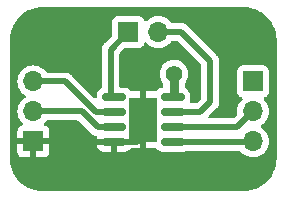
<source format=gbr>
%TF.GenerationSoftware,KiCad,Pcbnew,7.0.11*%
%TF.CreationDate,2024-08-15T23:53:51-03:00*%
%TF.ProjectId,amplifiers,616d706c-6966-4696-9572-732e6b696361,0.1*%
%TF.SameCoordinates,Original*%
%TF.FileFunction,Copper,L1,Top*%
%TF.FilePolarity,Positive*%
%FSLAX46Y46*%
G04 Gerber Fmt 4.6, Leading zero omitted, Abs format (unit mm)*
G04 Created by KiCad (PCBNEW 7.0.11) date 2024-08-15 23:53:51*
%MOMM*%
%LPD*%
G01*
G04 APERTURE LIST*
G04 Aperture macros list*
%AMRoundRect*
0 Rectangle with rounded corners*
0 $1 Rounding radius*
0 $2 $3 $4 $5 $6 $7 $8 $9 X,Y pos of 4 corners*
0 Add a 4 corners polygon primitive as box body*
4,1,4,$2,$3,$4,$5,$6,$7,$8,$9,$2,$3,0*
0 Add four circle primitives for the rounded corners*
1,1,$1+$1,$2,$3*
1,1,$1+$1,$4,$5*
1,1,$1+$1,$6,$7*
1,1,$1+$1,$8,$9*
0 Add four rect primitives between the rounded corners*
20,1,$1+$1,$2,$3,$4,$5,0*
20,1,$1+$1,$4,$5,$6,$7,0*
20,1,$1+$1,$6,$7,$8,$9,0*
20,1,$1+$1,$8,$9,$2,$3,0*%
G04 Aperture macros list end*
%TA.AperFunction,SMDPad,CuDef*%
%ADD10RoundRect,0.150000X-0.825000X-0.150000X0.825000X-0.150000X0.825000X0.150000X-0.825000X0.150000X0*%
%TD*%
%TA.AperFunction,SMDPad,CuDef*%
%ADD11R,2.410000X3.810000*%
%TD*%
%TA.AperFunction,ComponentPad*%
%ADD12R,1.700000X1.700000*%
%TD*%
%TA.AperFunction,ComponentPad*%
%ADD13O,1.700000X1.700000*%
%TD*%
%TA.AperFunction,ViaPad*%
%ADD14C,0.800000*%
%TD*%
%TA.AperFunction,ViaPad*%
%ADD15C,1.400000*%
%TD*%
%TA.AperFunction,Conductor*%
%ADD16C,0.500000*%
%TD*%
%TA.AperFunction,Conductor*%
%ADD17C,0.800000*%
%TD*%
G04 APERTURE END LIST*
D10*
%TO.P,U1,1*%
%TO.N,Net-(J2-Pin_1)*%
X147035000Y-87845000D03*
%TO.P,U1,2,-*%
%TO.N,Net-(J1-Pin_3)*%
X147035000Y-89115000D03*
%TO.P,U1,3,+*%
%TO.N,Net-(J1-Pin_2)*%
X147035000Y-90385000D03*
%TO.P,U1,4,V-*%
%TO.N,-9V*%
X147035000Y-91655000D03*
%TO.P,U1,5,+*%
%TO.N,Net-(J3-Pin_3)*%
X151985000Y-91655000D03*
%TO.P,U1,6,-*%
%TO.N,Net-(J3-Pin_2)*%
X151985000Y-90385000D03*
%TO.P,U1,7*%
%TO.N,Net-(J2-Pin_2)*%
X151985000Y-89115000D03*
%TO.P,U1,8,V+*%
%TO.N,+9V*%
X151985000Y-87845000D03*
D11*
%TO.P,U1,9,EP*%
%TO.N,-9V*%
X149510000Y-89750000D03*
%TD*%
D12*
%TO.P,J3,1,Pin_1*%
%TO.N,+9V*%
X158800000Y-86500000D03*
D13*
%TO.P,J3,2,Pin_2*%
%TO.N,Net-(J3-Pin_2)*%
X158800000Y-89040000D03*
%TO.P,J3,3,Pin_3*%
%TO.N,Net-(J3-Pin_3)*%
X158800000Y-91580000D03*
%TD*%
D12*
%TO.P,J1,1,Pin_1*%
%TO.N,-9V*%
X140200000Y-91580000D03*
D13*
%TO.P,J1,2,Pin_2*%
%TO.N,Net-(J1-Pin_2)*%
X140200000Y-89040000D03*
%TO.P,J1,3,Pin_3*%
%TO.N,Net-(J1-Pin_3)*%
X140200000Y-86500000D03*
%TD*%
D12*
%TO.P,J2,1,Pin_1*%
%TO.N,Net-(J2-Pin_1)*%
X148230000Y-82300000D03*
D13*
%TO.P,J2,2,Pin_2*%
%TO.N,Net-(J2-Pin_2)*%
X150770000Y-82300000D03*
%TD*%
D14*
%TO.N,-9V*%
X143410000Y-90430000D03*
X157150000Y-94700000D03*
X144660000Y-85080000D03*
X140870000Y-81860000D03*
X150050000Y-93150000D03*
X157630000Y-82630000D03*
X141860000Y-94900000D03*
X149550000Y-85880000D03*
D15*
%TO.N,+9V*%
X152100000Y-85870000D03*
%TD*%
D16*
%TO.N,Net-(J1-Pin_2)*%
X140200000Y-89040000D02*
X144289524Y-89040000D01*
X144289524Y-89040000D02*
X145634524Y-90385000D01*
X145634524Y-90385000D02*
X147035000Y-90385000D01*
%TO.N,Net-(J1-Pin_3)*%
X142880894Y-86500000D02*
X145495894Y-89115000D01*
X145495894Y-89115000D02*
X147035000Y-89115000D01*
X140200000Y-86500000D02*
X142880894Y-86500000D01*
%TO.N,Net-(J2-Pin_1)*%
X146735001Y-83794999D02*
X148230000Y-82300000D01*
X146735001Y-87545001D02*
X146735001Y-83794999D01*
X147035000Y-87845000D02*
X146735001Y-87545001D01*
%TO.N,Net-(J2-Pin_2)*%
X155170000Y-88234925D02*
X155170000Y-84790000D01*
X154289925Y-89115000D02*
X155170000Y-88234925D01*
X151985000Y-89115000D02*
X154289925Y-89115000D01*
X155170000Y-84790000D02*
X152680000Y-82300000D01*
X152680000Y-82300000D02*
X150770000Y-82300000D01*
%TO.N,Net-(J3-Pin_2)*%
X157455000Y-90385000D02*
X158800000Y-89040000D01*
X151985000Y-90385000D02*
X157455000Y-90385000D01*
%TO.N,Net-(J3-Pin_3)*%
X158725000Y-91655000D02*
X158800000Y-91580000D01*
X151985000Y-91655000D02*
X158725000Y-91655000D01*
%TO.N,-9V*%
X148900000Y-88405000D02*
X149000000Y-88505000D01*
X149500000Y-91100000D02*
X148945000Y-91655000D01*
X149510000Y-89750000D02*
X149500000Y-89760000D01*
X148945000Y-91655000D02*
X147035000Y-91655000D01*
X149500000Y-89760000D02*
X149500000Y-91100000D01*
%TO.N,+9V*%
X151985000Y-87845000D02*
X152355000Y-87845000D01*
D17*
X152100000Y-85870000D02*
X152100000Y-87730000D01*
D16*
X151985000Y-87845000D02*
X152100000Y-87730000D01*
%TD*%
%TA.AperFunction,Conductor*%
%TO.N,-9V*%
G36*
X158003472Y-80200695D02*
G01*
X158306503Y-80217713D01*
X158320301Y-80219267D01*
X158616080Y-80269522D01*
X158629636Y-80272616D01*
X158917927Y-80355672D01*
X158931051Y-80360265D01*
X159208222Y-80475072D01*
X159220744Y-80481101D01*
X159423184Y-80592986D01*
X159483328Y-80626227D01*
X159495102Y-80633625D01*
X159739789Y-80807239D01*
X159750657Y-80815907D01*
X159974352Y-81015815D01*
X159984184Y-81025647D01*
X160184092Y-81249342D01*
X160192763Y-81260214D01*
X160366374Y-81504897D01*
X160373772Y-81516671D01*
X160518894Y-81779248D01*
X160524927Y-81791777D01*
X160639734Y-82068948D01*
X160644327Y-82082072D01*
X160727383Y-82370363D01*
X160730477Y-82383920D01*
X160780730Y-82679688D01*
X160782287Y-82693506D01*
X160799305Y-82996527D01*
X160799500Y-83003480D01*
X160799500Y-92996519D01*
X160799305Y-93003472D01*
X160782287Y-93306493D01*
X160780730Y-93320311D01*
X160730477Y-93616079D01*
X160727383Y-93629636D01*
X160644327Y-93917927D01*
X160639734Y-93931051D01*
X160524927Y-94208222D01*
X160518894Y-94220751D01*
X160373772Y-94483328D01*
X160366374Y-94495102D01*
X160192763Y-94739785D01*
X160184092Y-94750657D01*
X159984184Y-94974352D01*
X159974352Y-94984184D01*
X159750657Y-95184092D01*
X159739785Y-95192763D01*
X159495102Y-95366374D01*
X159483328Y-95373772D01*
X159220751Y-95518894D01*
X159208222Y-95524927D01*
X158931051Y-95639734D01*
X158917927Y-95644327D01*
X158629636Y-95727383D01*
X158616079Y-95730477D01*
X158320311Y-95780730D01*
X158306493Y-95782287D01*
X158003472Y-95799305D01*
X157996519Y-95799500D01*
X141003481Y-95799500D01*
X140996528Y-95799305D01*
X140693506Y-95782287D01*
X140679688Y-95780730D01*
X140383920Y-95730477D01*
X140370363Y-95727383D01*
X140082072Y-95644327D01*
X140068948Y-95639734D01*
X139791777Y-95524927D01*
X139779248Y-95518894D01*
X139516671Y-95373772D01*
X139504897Y-95366374D01*
X139260214Y-95192763D01*
X139249342Y-95184092D01*
X139025647Y-94984184D01*
X139015815Y-94974352D01*
X138815907Y-94750657D01*
X138807236Y-94739785D01*
X138633625Y-94495102D01*
X138626227Y-94483328D01*
X138481105Y-94220751D01*
X138475072Y-94208222D01*
X138360265Y-93931051D01*
X138355672Y-93917927D01*
X138272616Y-93629636D01*
X138269522Y-93616079D01*
X138250030Y-93501356D01*
X138219267Y-93320301D01*
X138217713Y-93306503D01*
X138200695Y-93003472D01*
X138200500Y-92996519D01*
X138200500Y-89040000D01*
X138844341Y-89040000D01*
X138864936Y-89275403D01*
X138864938Y-89275413D01*
X138926094Y-89503655D01*
X138926096Y-89503659D01*
X138926097Y-89503663D01*
X139002200Y-89666865D01*
X139025965Y-89717830D01*
X139025967Y-89717834D01*
X139161501Y-89911395D01*
X139161506Y-89911402D01*
X139283818Y-90033714D01*
X139317303Y-90095037D01*
X139312319Y-90164729D01*
X139270447Y-90220662D01*
X139239471Y-90237577D01*
X139107912Y-90286646D01*
X139107906Y-90286649D01*
X138992812Y-90372809D01*
X138992809Y-90372812D01*
X138906649Y-90487906D01*
X138906645Y-90487913D01*
X138856403Y-90622620D01*
X138856401Y-90622627D01*
X138850000Y-90682155D01*
X138850000Y-91330000D01*
X139766314Y-91330000D01*
X139740507Y-91370156D01*
X139700000Y-91508111D01*
X139700000Y-91651889D01*
X139740507Y-91789844D01*
X139766314Y-91830000D01*
X138850000Y-91830000D01*
X138850000Y-92477844D01*
X138856401Y-92537372D01*
X138856403Y-92537379D01*
X138906645Y-92672086D01*
X138906649Y-92672093D01*
X138992809Y-92787187D01*
X138992812Y-92787190D01*
X139107906Y-92873350D01*
X139107913Y-92873354D01*
X139242620Y-92923596D01*
X139242627Y-92923598D01*
X139302155Y-92929999D01*
X139302172Y-92930000D01*
X139950000Y-92930000D01*
X139950000Y-92015501D01*
X140057685Y-92064680D01*
X140164237Y-92080000D01*
X140235763Y-92080000D01*
X140342315Y-92064680D01*
X140450000Y-92015501D01*
X140450000Y-92930000D01*
X141097828Y-92930000D01*
X141097844Y-92929999D01*
X141157372Y-92923598D01*
X141157379Y-92923596D01*
X141292086Y-92873354D01*
X141292093Y-92873350D01*
X141407187Y-92787190D01*
X141407190Y-92787187D01*
X141493350Y-92672093D01*
X141493354Y-92672086D01*
X141543596Y-92537379D01*
X141543598Y-92537372D01*
X141549999Y-92477844D01*
X141550000Y-92477827D01*
X141550000Y-91905001D01*
X145562704Y-91905001D01*
X145562899Y-91907486D01*
X145608718Y-92065198D01*
X145692314Y-92206552D01*
X145692321Y-92206561D01*
X145808438Y-92322678D01*
X145808447Y-92322685D01*
X145949803Y-92406282D01*
X145949806Y-92406283D01*
X146107504Y-92452099D01*
X146107510Y-92452100D01*
X146144350Y-92454999D01*
X146144366Y-92455000D01*
X146785000Y-92455000D01*
X146785000Y-91905000D01*
X145562705Y-91905000D01*
X145562704Y-91905001D01*
X141550000Y-91905001D01*
X141550000Y-91830000D01*
X140633686Y-91830000D01*
X140659493Y-91789844D01*
X140700000Y-91651889D01*
X140700000Y-91508111D01*
X140659493Y-91370156D01*
X140633686Y-91330000D01*
X141550000Y-91330000D01*
X141550000Y-90682172D01*
X141549999Y-90682155D01*
X141543598Y-90622627D01*
X141543596Y-90622620D01*
X141493354Y-90487913D01*
X141493350Y-90487906D01*
X141407190Y-90372812D01*
X141407187Y-90372809D01*
X141292093Y-90286649D01*
X141292088Y-90286646D01*
X141160528Y-90237577D01*
X141104595Y-90195705D01*
X141080178Y-90130241D01*
X141095030Y-90061968D01*
X141116175Y-90033720D01*
X141238495Y-89911401D01*
X141286127Y-89843376D01*
X141340704Y-89799751D01*
X141387701Y-89790500D01*
X143927294Y-89790500D01*
X143994333Y-89810185D01*
X144014975Y-89826819D01*
X145058791Y-90870634D01*
X145070572Y-90884266D01*
X145084914Y-90903530D01*
X145122867Y-90935376D01*
X145130843Y-90942686D01*
X145134743Y-90946587D01*
X145159068Y-90965821D01*
X145161864Y-90968099D01*
X145189586Y-90991360D01*
X145219310Y-91016302D01*
X145219318Y-91016306D01*
X145225348Y-91020273D01*
X145225314Y-91020323D01*
X145231661Y-91024366D01*
X145231693Y-91024316D01*
X145237845Y-91028110D01*
X145305818Y-91059806D01*
X145309034Y-91061362D01*
X145376091Y-91095040D01*
X145376100Y-91095042D01*
X145382879Y-91097510D01*
X145382858Y-91097567D01*
X145389975Y-91100040D01*
X145389994Y-91099984D01*
X145396848Y-91102255D01*
X145396849Y-91102255D01*
X145396851Y-91102256D01*
X145470373Y-91117436D01*
X145473705Y-91118175D01*
X145507595Y-91126207D01*
X145568284Y-91160823D01*
X145600626Y-91222756D01*
X145598069Y-91281458D01*
X145562899Y-91402513D01*
X145562704Y-91404998D01*
X145562705Y-91405000D01*
X147161000Y-91405000D01*
X147228039Y-91424685D01*
X147273794Y-91477489D01*
X147285000Y-91529000D01*
X147285000Y-92455000D01*
X147925634Y-92455000D01*
X147925649Y-92454999D01*
X147962489Y-92452100D01*
X147962495Y-92452099D01*
X148120193Y-92406283D01*
X148120196Y-92406282D01*
X148261552Y-92322685D01*
X148261561Y-92322678D01*
X148377681Y-92206558D01*
X148380440Y-92203002D01*
X148437082Y-92162094D01*
X148478421Y-92155000D01*
X149260000Y-92155000D01*
X149260000Y-87345000D01*
X148479059Y-87345000D01*
X148412020Y-87325315D01*
X148381079Y-87297000D01*
X148378077Y-87293130D01*
X148261870Y-87176923D01*
X148261862Y-87176917D01*
X148120396Y-87093255D01*
X148120393Y-87093254D01*
X147962573Y-87047402D01*
X147962567Y-87047401D01*
X147925701Y-87044500D01*
X147925694Y-87044500D01*
X147609501Y-87044500D01*
X147542462Y-87024815D01*
X147496707Y-86972011D01*
X147485501Y-86920500D01*
X147485501Y-84157228D01*
X147505186Y-84090189D01*
X147521816Y-84069551D01*
X147904549Y-83686817D01*
X147965872Y-83653333D01*
X147992230Y-83650499D01*
X149127871Y-83650499D01*
X149127872Y-83650499D01*
X149187483Y-83644091D01*
X149322331Y-83593796D01*
X149437546Y-83507546D01*
X149523796Y-83392331D01*
X149572810Y-83260916D01*
X149614681Y-83204984D01*
X149680145Y-83180566D01*
X149748418Y-83195417D01*
X149776673Y-83216569D01*
X149898599Y-83338495D01*
X149984038Y-83398320D01*
X150092165Y-83474032D01*
X150092167Y-83474033D01*
X150092170Y-83474035D01*
X150306337Y-83573903D01*
X150534592Y-83635063D01*
X150722918Y-83651539D01*
X150769999Y-83655659D01*
X150770000Y-83655659D01*
X150770001Y-83655659D01*
X150809234Y-83652226D01*
X151005408Y-83635063D01*
X151233663Y-83573903D01*
X151447830Y-83474035D01*
X151641401Y-83338495D01*
X151808495Y-83171401D01*
X151856127Y-83103376D01*
X151910704Y-83059751D01*
X151957701Y-83050500D01*
X152317770Y-83050500D01*
X152384809Y-83070185D01*
X152405451Y-83086819D01*
X154383181Y-85064549D01*
X154416666Y-85125872D01*
X154419500Y-85152230D01*
X154419500Y-87872695D01*
X154399815Y-87939734D01*
X154383181Y-87960376D01*
X154015376Y-88328181D01*
X153954053Y-88361666D01*
X153927695Y-88364500D01*
X153545200Y-88364500D01*
X153478161Y-88344815D01*
X153432406Y-88292011D01*
X153422462Y-88222853D01*
X153426124Y-88205905D01*
X153457597Y-88097573D01*
X153457598Y-88097567D01*
X153460499Y-88060701D01*
X153460500Y-88060694D01*
X153460500Y-87629306D01*
X153457598Y-87592431D01*
X153457570Y-87592335D01*
X153411745Y-87434606D01*
X153411744Y-87434603D01*
X153411744Y-87434602D01*
X153328081Y-87293135D01*
X153328079Y-87293133D01*
X153328076Y-87293129D01*
X153211870Y-87176923D01*
X153211862Y-87176917D01*
X153063683Y-87089285D01*
X153065088Y-87086908D01*
X153021521Y-87050630D01*
X153000524Y-86983990D01*
X153000500Y-86981555D01*
X153000500Y-86711190D01*
X153020185Y-86644151D01*
X153025538Y-86636473D01*
X153125058Y-86504689D01*
X153224229Y-86305528D01*
X153285115Y-86091536D01*
X153305643Y-85870000D01*
X153301490Y-85825186D01*
X153285115Y-85648464D01*
X153285114Y-85648462D01*
X153271931Y-85602129D01*
X153224229Y-85434472D01*
X153210883Y-85407669D01*
X153125061Y-85235316D01*
X153125056Y-85235308D01*
X152990979Y-85057761D01*
X152826562Y-84907876D01*
X152826560Y-84907874D01*
X152637404Y-84790754D01*
X152637398Y-84790752D01*
X152429940Y-84710382D01*
X152211243Y-84669500D01*
X151988757Y-84669500D01*
X151770060Y-84710382D01*
X151663091Y-84751822D01*
X151562601Y-84790752D01*
X151562595Y-84790754D01*
X151373439Y-84907874D01*
X151373437Y-84907876D01*
X151209020Y-85057761D01*
X151074943Y-85235308D01*
X151074938Y-85235316D01*
X150975775Y-85434461D01*
X150975769Y-85434476D01*
X150914885Y-85648462D01*
X150914884Y-85648464D01*
X150894357Y-85869999D01*
X150894357Y-85870000D01*
X150914884Y-86091535D01*
X150914885Y-86091537D01*
X150975769Y-86305523D01*
X150975775Y-86305538D01*
X151074938Y-86504683D01*
X151074943Y-86504691D01*
X151119718Y-86563982D01*
X151174454Y-86636464D01*
X151199146Y-86701824D01*
X151199500Y-86711190D01*
X151199500Y-86921596D01*
X151179815Y-86988635D01*
X151127011Y-87034390D01*
X151085230Y-87045214D01*
X151057431Y-87047401D01*
X151057426Y-87047402D01*
X150899606Y-87093254D01*
X150899603Y-87093255D01*
X150758137Y-87176917D01*
X150758129Y-87176923D01*
X150641922Y-87293130D01*
X150638921Y-87297000D01*
X150582278Y-87337907D01*
X150540941Y-87345000D01*
X149760000Y-87345000D01*
X149760000Y-92155000D01*
X150540941Y-92155000D01*
X150607980Y-92174685D01*
X150638921Y-92203000D01*
X150641922Y-92206869D01*
X150758129Y-92323076D01*
X150758133Y-92323079D01*
X150758135Y-92323081D01*
X150899602Y-92406744D01*
X150912269Y-92410424D01*
X151057426Y-92452597D01*
X151057429Y-92452597D01*
X151057431Y-92452598D01*
X151094306Y-92455500D01*
X151094314Y-92455500D01*
X152875686Y-92455500D01*
X152875694Y-92455500D01*
X152912569Y-92452598D01*
X152912571Y-92452597D01*
X152912573Y-92452597D01*
X153057733Y-92410424D01*
X153092328Y-92405500D01*
X157665167Y-92405500D01*
X157732206Y-92425185D01*
X157757655Y-92447593D01*
X157757676Y-92447573D01*
X157757991Y-92447888D01*
X157760158Y-92449796D01*
X157761508Y-92451405D01*
X157847476Y-92537372D01*
X157928599Y-92618495D01*
X158005135Y-92672086D01*
X158122165Y-92754032D01*
X158122167Y-92754033D01*
X158122170Y-92754035D01*
X158336337Y-92853903D01*
X158564592Y-92915063D01*
X158735319Y-92930000D01*
X158799999Y-92935659D01*
X158800000Y-92935659D01*
X158800001Y-92935659D01*
X158864681Y-92930000D01*
X159035408Y-92915063D01*
X159263663Y-92853903D01*
X159477830Y-92754035D01*
X159671401Y-92618495D01*
X159838495Y-92451401D01*
X159974035Y-92257830D01*
X160073903Y-92043663D01*
X160135063Y-91815408D01*
X160155659Y-91580000D01*
X160135063Y-91344592D01*
X160074291Y-91117784D01*
X160073905Y-91116344D01*
X160073904Y-91116343D01*
X160073903Y-91116337D01*
X159974035Y-90902171D01*
X159956427Y-90877023D01*
X159838494Y-90708597D01*
X159671402Y-90541506D01*
X159671396Y-90541501D01*
X159485842Y-90411575D01*
X159442217Y-90356998D01*
X159435023Y-90287500D01*
X159466546Y-90225145D01*
X159485842Y-90208425D01*
X159508026Y-90192891D01*
X159671401Y-90078495D01*
X159838495Y-89911401D01*
X159974035Y-89717830D01*
X160073903Y-89503663D01*
X160135063Y-89275408D01*
X160155659Y-89040000D01*
X160135063Y-88804592D01*
X160073903Y-88576337D01*
X159974035Y-88362171D01*
X159973681Y-88361666D01*
X159838496Y-88168600D01*
X159799280Y-88129384D01*
X159716567Y-88046671D01*
X159683084Y-87985351D01*
X159688068Y-87915659D01*
X159729939Y-87859725D01*
X159760915Y-87842810D01*
X159892331Y-87793796D01*
X160007546Y-87707546D01*
X160093796Y-87592331D01*
X160144091Y-87457483D01*
X160150500Y-87397873D01*
X160150499Y-85602128D01*
X160144091Y-85542517D01*
X160103794Y-85434476D01*
X160093797Y-85407671D01*
X160093793Y-85407664D01*
X160007547Y-85292455D01*
X160007544Y-85292452D01*
X159892335Y-85206206D01*
X159892328Y-85206202D01*
X159757482Y-85155908D01*
X159757483Y-85155908D01*
X159697883Y-85149501D01*
X159697881Y-85149500D01*
X159697873Y-85149500D01*
X159697864Y-85149500D01*
X157902129Y-85149500D01*
X157902123Y-85149501D01*
X157842516Y-85155908D01*
X157707671Y-85206202D01*
X157707664Y-85206206D01*
X157592455Y-85292452D01*
X157592452Y-85292455D01*
X157506206Y-85407664D01*
X157506202Y-85407671D01*
X157455908Y-85542517D01*
X157449501Y-85602116D01*
X157449501Y-85602123D01*
X157449500Y-85602135D01*
X157449500Y-87397870D01*
X157449501Y-87397876D01*
X157455908Y-87457483D01*
X157506202Y-87592328D01*
X157506206Y-87592335D01*
X157592452Y-87707544D01*
X157592455Y-87707547D01*
X157707664Y-87793793D01*
X157707671Y-87793797D01*
X157839081Y-87842810D01*
X157895015Y-87884681D01*
X157919432Y-87950145D01*
X157904580Y-88018418D01*
X157883430Y-88046673D01*
X157761503Y-88168600D01*
X157625965Y-88362169D01*
X157625964Y-88362171D01*
X157526098Y-88576335D01*
X157526094Y-88576344D01*
X157464938Y-88804586D01*
X157464936Y-88804596D01*
X157444341Y-89039999D01*
X157444341Y-89040001D01*
X157462977Y-89253012D01*
X157449210Y-89321512D01*
X157427130Y-89351500D01*
X157180449Y-89598182D01*
X157119129Y-89631666D01*
X157092770Y-89634500D01*
X155131155Y-89634500D01*
X155064116Y-89614815D01*
X155018361Y-89562011D01*
X155008417Y-89492853D01*
X155037442Y-89429297D01*
X155043474Y-89422819D01*
X155190890Y-89275403D01*
X155655642Y-88810649D01*
X155669271Y-88798872D01*
X155688530Y-88784535D01*
X155720360Y-88746601D01*
X155727677Y-88738616D01*
X155731587Y-88734706D01*
X155731587Y-88734705D01*
X155731591Y-88734702D01*
X155750833Y-88710363D01*
X155753069Y-88707618D01*
X155801302Y-88650139D01*
X155801307Y-88650128D01*
X155805274Y-88644100D01*
X155805325Y-88644133D01*
X155809372Y-88637781D01*
X155809320Y-88637749D01*
X155813108Y-88631605D01*
X155813111Y-88631602D01*
X155844821Y-88563598D01*
X155846362Y-88560413D01*
X155880040Y-88493358D01*
X155880043Y-88493342D01*
X155882509Y-88486571D01*
X155882567Y-88486592D01*
X155885043Y-88479471D01*
X155884986Y-88479453D01*
X155887256Y-88472602D01*
X155887257Y-88472598D01*
X155902447Y-88399027D01*
X155903179Y-88395723D01*
X155920500Y-88322646D01*
X155920500Y-88322637D01*
X155921338Y-88315473D01*
X155921398Y-88315480D01*
X155922164Y-88307980D01*
X155922105Y-88307975D01*
X155922734Y-88300785D01*
X155922396Y-88289184D01*
X155920552Y-88225795D01*
X155920500Y-88222188D01*
X155920500Y-84853705D01*
X155921809Y-84835735D01*
X155922129Y-84833547D01*
X155925289Y-84811977D01*
X155923432Y-84790754D01*
X155920972Y-84762630D01*
X155920500Y-84751822D01*
X155920500Y-84746296D01*
X155920500Y-84746291D01*
X155916901Y-84715509D01*
X155916536Y-84711929D01*
X155909999Y-84637201D01*
X155908539Y-84630129D01*
X155908597Y-84630116D01*
X155906965Y-84622757D01*
X155906906Y-84622772D01*
X155905241Y-84615751D01*
X155905241Y-84615745D01*
X155879569Y-84545212D01*
X155878421Y-84541909D01*
X155854814Y-84470666D01*
X155854810Y-84470659D01*
X155851760Y-84464118D01*
X155851815Y-84464091D01*
X155848533Y-84457313D01*
X155848480Y-84457340D01*
X155845235Y-84450880D01*
X155804025Y-84388223D01*
X155802086Y-84385181D01*
X155762710Y-84321342D01*
X155758234Y-84315682D01*
X155758281Y-84315644D01*
X155753519Y-84309799D01*
X155753474Y-84309838D01*
X155748831Y-84304305D01*
X155694272Y-84252831D01*
X155691685Y-84250318D01*
X153255729Y-81814361D01*
X153243949Y-81800730D01*
X153229610Y-81781470D01*
X153191651Y-81749619D01*
X153183686Y-81742318D01*
X153179780Y-81738411D01*
X153155443Y-81719168D01*
X153152647Y-81716890D01*
X153095214Y-81668698D01*
X153089180Y-81664729D01*
X153089212Y-81664680D01*
X153082853Y-81660628D01*
X153082822Y-81660679D01*
X153076680Y-81656891D01*
X153076678Y-81656890D01*
X153076677Y-81656889D01*
X153008688Y-81625184D01*
X153005447Y-81623615D01*
X152974530Y-81608088D01*
X152938433Y-81589960D01*
X152938431Y-81589959D01*
X152938430Y-81589959D01*
X152931645Y-81587489D01*
X152931665Y-81587433D01*
X152924549Y-81584959D01*
X152924531Y-81585015D01*
X152917674Y-81582743D01*
X152844210Y-81567573D01*
X152840693Y-81566793D01*
X152767718Y-81549499D01*
X152760547Y-81548661D01*
X152760553Y-81548601D01*
X152753055Y-81547835D01*
X152753050Y-81547895D01*
X152745860Y-81547265D01*
X152670870Y-81549448D01*
X152667263Y-81549500D01*
X151957701Y-81549500D01*
X151890662Y-81529815D01*
X151856126Y-81496623D01*
X151808494Y-81428597D01*
X151641402Y-81261506D01*
X151641395Y-81261501D01*
X151447834Y-81125967D01*
X151447830Y-81125965D01*
X151447828Y-81125964D01*
X151233663Y-81026097D01*
X151233659Y-81026096D01*
X151233655Y-81026094D01*
X151005413Y-80964938D01*
X151005403Y-80964936D01*
X150770001Y-80944341D01*
X150769999Y-80944341D01*
X150534596Y-80964936D01*
X150534586Y-80964938D01*
X150306344Y-81026094D01*
X150306335Y-81026098D01*
X150092171Y-81125964D01*
X150092169Y-81125965D01*
X149898600Y-81261503D01*
X149776673Y-81383430D01*
X149715350Y-81416914D01*
X149645658Y-81411930D01*
X149589725Y-81370058D01*
X149572810Y-81339081D01*
X149523797Y-81207671D01*
X149523793Y-81207664D01*
X149437547Y-81092455D01*
X149437544Y-81092452D01*
X149322335Y-81006206D01*
X149322328Y-81006202D01*
X149187482Y-80955908D01*
X149187483Y-80955908D01*
X149127883Y-80949501D01*
X149127881Y-80949500D01*
X149127873Y-80949500D01*
X149127864Y-80949500D01*
X147332129Y-80949500D01*
X147332123Y-80949501D01*
X147272516Y-80955908D01*
X147137671Y-81006202D01*
X147137664Y-81006206D01*
X147022455Y-81092452D01*
X147022452Y-81092455D01*
X146936206Y-81207664D01*
X146936202Y-81207671D01*
X146885908Y-81342517D01*
X146879501Y-81402116D01*
X146879500Y-81402135D01*
X146879500Y-82537769D01*
X146859815Y-82604808D01*
X146843181Y-82625450D01*
X146249359Y-83219271D01*
X146235730Y-83231050D01*
X146216470Y-83245389D01*
X146184633Y-83283330D01*
X146177347Y-83291283D01*
X146173408Y-83295223D01*
X146154177Y-83319544D01*
X146151903Y-83322336D01*
X146103695Y-83379789D01*
X146099730Y-83385818D01*
X146099683Y-83385787D01*
X146095631Y-83392146D01*
X146095680Y-83392176D01*
X146091890Y-83398320D01*
X146060193Y-83466293D01*
X146058624Y-83469535D01*
X146024958Y-83536571D01*
X146022489Y-83543356D01*
X146022433Y-83543335D01*
X146019961Y-83550449D01*
X146020016Y-83550468D01*
X146017744Y-83557324D01*
X146002574Y-83630787D01*
X146001794Y-83634303D01*
X145984500Y-83707278D01*
X145983662Y-83714453D01*
X145983602Y-83714446D01*
X145982836Y-83721944D01*
X145982896Y-83721950D01*
X145982266Y-83729139D01*
X145984449Y-83804127D01*
X145984501Y-83807734D01*
X145984501Y-87001888D01*
X145964816Y-87068927D01*
X145923622Y-87108620D01*
X145808138Y-87176916D01*
X145808129Y-87176923D01*
X145691923Y-87293129D01*
X145691917Y-87293137D01*
X145608255Y-87434603D01*
X145608254Y-87434606D01*
X145562402Y-87592426D01*
X145562401Y-87592432D01*
X145559500Y-87629298D01*
X145559500Y-87817876D01*
X145539815Y-87884915D01*
X145487011Y-87930670D01*
X145417853Y-87940614D01*
X145354297Y-87911589D01*
X145347819Y-87905557D01*
X143456623Y-86014361D01*
X143444843Y-86000730D01*
X143430504Y-85981470D01*
X143392545Y-85949619D01*
X143384580Y-85942318D01*
X143380674Y-85938411D01*
X143356337Y-85919168D01*
X143353541Y-85916890D01*
X143296108Y-85868698D01*
X143290074Y-85864729D01*
X143290106Y-85864680D01*
X143283747Y-85860628D01*
X143283716Y-85860679D01*
X143277574Y-85856891D01*
X143277572Y-85856890D01*
X143277571Y-85856889D01*
X143209582Y-85825184D01*
X143206341Y-85823615D01*
X143175424Y-85808088D01*
X143139327Y-85789960D01*
X143139325Y-85789959D01*
X143139324Y-85789959D01*
X143132539Y-85787489D01*
X143132559Y-85787433D01*
X143125443Y-85784959D01*
X143125425Y-85785015D01*
X143118568Y-85782743D01*
X143045104Y-85767573D01*
X143041587Y-85766793D01*
X142968612Y-85749499D01*
X142961441Y-85748661D01*
X142961447Y-85748601D01*
X142953949Y-85747835D01*
X142953944Y-85747895D01*
X142946754Y-85747265D01*
X142871764Y-85749448D01*
X142868157Y-85749500D01*
X141387701Y-85749500D01*
X141320662Y-85729815D01*
X141286126Y-85696623D01*
X141238494Y-85628597D01*
X141071402Y-85461506D01*
X141071395Y-85461501D01*
X140877834Y-85325967D01*
X140877830Y-85325965D01*
X140877828Y-85325964D01*
X140663663Y-85226097D01*
X140663659Y-85226096D01*
X140663655Y-85226094D01*
X140435413Y-85164938D01*
X140435403Y-85164936D01*
X140200001Y-85144341D01*
X140199999Y-85144341D01*
X139964596Y-85164936D01*
X139964586Y-85164938D01*
X139736344Y-85226094D01*
X139736335Y-85226098D01*
X139522171Y-85325964D01*
X139522169Y-85325965D01*
X139328597Y-85461505D01*
X139161505Y-85628597D01*
X139025965Y-85822169D01*
X139025964Y-85822171D01*
X138926098Y-86036335D01*
X138926094Y-86036344D01*
X138864938Y-86264586D01*
X138864936Y-86264596D01*
X138844341Y-86499999D01*
X138844341Y-86500000D01*
X138864936Y-86735403D01*
X138864938Y-86735413D01*
X138926094Y-86963655D01*
X138926096Y-86963659D01*
X138926097Y-86963663D01*
X138993692Y-87108620D01*
X139025965Y-87177830D01*
X139025967Y-87177834D01*
X139161501Y-87371395D01*
X139161506Y-87371402D01*
X139328597Y-87538493D01*
X139328603Y-87538498D01*
X139514158Y-87668425D01*
X139557783Y-87723002D01*
X139564977Y-87792500D01*
X139533454Y-87854855D01*
X139514158Y-87871575D01*
X139328597Y-88001505D01*
X139161505Y-88168597D01*
X139025965Y-88362169D01*
X139025964Y-88362171D01*
X138926098Y-88576335D01*
X138926094Y-88576344D01*
X138864938Y-88804586D01*
X138864936Y-88804596D01*
X138844341Y-89039999D01*
X138844341Y-89040000D01*
X138200500Y-89040000D01*
X138200500Y-83003480D01*
X138200695Y-82996527D01*
X138203608Y-82944664D01*
X138217713Y-82693494D01*
X138219267Y-82679700D01*
X138269523Y-82383915D01*
X138272616Y-82370363D01*
X138330193Y-82170513D01*
X138355673Y-82082068D01*
X138360265Y-82068948D01*
X138450347Y-81851469D01*
X138475075Y-81791768D01*
X138481097Y-81779262D01*
X138626230Y-81516665D01*
X138633625Y-81504897D01*
X138639496Y-81496623D01*
X138807245Y-81260201D01*
X138815896Y-81249354D01*
X139015816Y-81025645D01*
X139025647Y-81015815D01*
X139249354Y-80815896D01*
X139260201Y-80807245D01*
X139504902Y-80633621D01*
X139516665Y-80626230D01*
X139779262Y-80481097D01*
X139791768Y-80475075D01*
X140068948Y-80360265D01*
X140082068Y-80355673D01*
X140370369Y-80272614D01*
X140383915Y-80269523D01*
X140679700Y-80219267D01*
X140693494Y-80217713D01*
X140996528Y-80200695D01*
X141003481Y-80200500D01*
X141039882Y-80200500D01*
X157960118Y-80200500D01*
X157996519Y-80200500D01*
X158003472Y-80200695D01*
G37*
%TD.AperFunction*%
%TD*%
M02*

</source>
